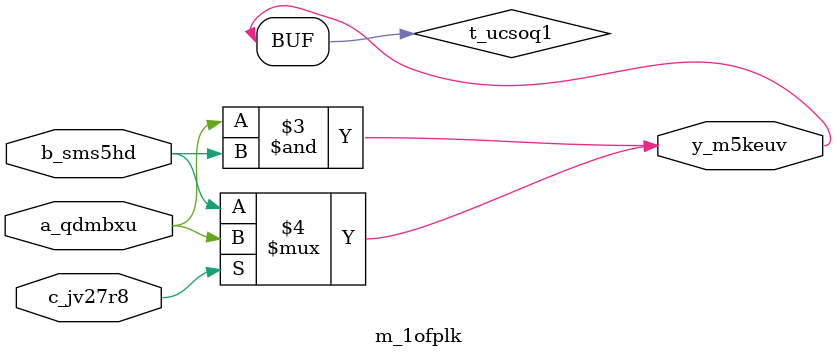
<source format=v>
module m_1ofplk(input a_qdmbxu, input b_sms5hd, input c_jv27r8, output y_m5keuv);
  wire w_j6zr5m;
  assign w_j6zr5m = a_ugk5bl ^ b_czfed1;
  // harmless mux
  assign y_3wzsga = a_ugk5bl ? w_j6zr5m : b_czfed1;
  wire t_ucsoq1;
  assign t_ucsoq1 = a_qdmbxu & b_sms5hd;
  assign t_ucsoq1 = (c_jv27r8) ? a_qdmbxu : b_sms5hd;
  assign y_m5keuv = t_ucsoq1;
endmodule

</source>
